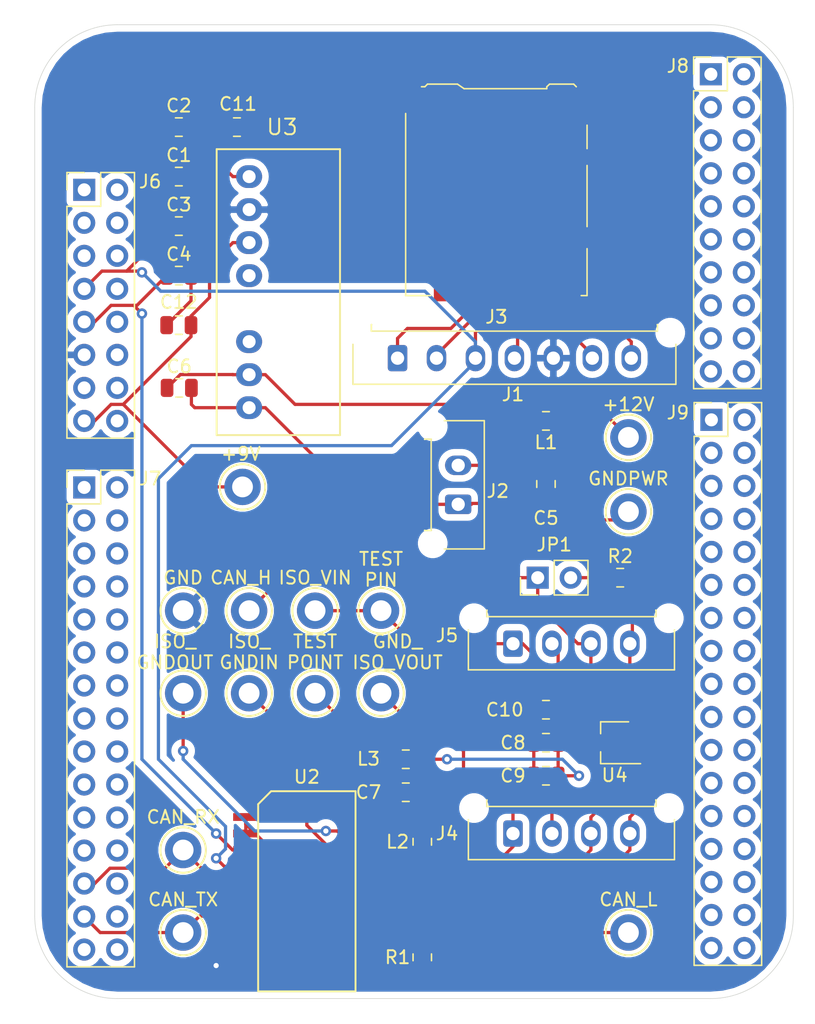
<source format=kicad_pcb>
(kicad_pcb (version 20171130) (host pcbnew "(5.1.5)-3")
  (layers (0 F.Cu signal) (31 B.Cu signal) (34 B.Paste user) (35 F.Paste user) (36 B.SilkS user) (37 F.SilkS user) (38 B.Mask user) (39 F.Mask user) (44 Edge.Cuts user))
  (net 0 "")
  (net 1 GND)
  (net 2 +3V3)
  (net 3 +5V)
  (net 4 GNDPWR)
  (net 5 +12V)
  (net 6 "Net-(C6-Pad1)")
  (net 7 "Net-(C7-Pad2)")
  (net 8 "Net-(C7-Pad1)")
  (net 9 "Net-(C10-Pad2)")
  (net 10 "Net-(C10-Pad1)")
  (net 11 "Net-(C11-Pad1)")
  (net 12 +9V)
  (net 13 "Net-(J1-Pad7)")
  (net 14 "Net-(J1-Pad6)")
  (net 15 "Net-(J1-Pad4)")
  (net 16 "Net-(J1-Pad2)")
  (net 17 "Net-(J1-Pad1)")
  (net 18 "Net-(J3-Pad10)")
  (net 19 "Net-(J3-Pad1)")
  (net 20 "Net-(J3-Pad8)")
  (net 21 "Net-(J4-Pad4)")
  (net 22 "Net-(J4-Pad3)")
  (net 23 "Net-(J6-Pad16)")
  (net 24 "Net-(J6-Pad14)")
  (net 25 "Net-(J6-Pad13)")
  (net 26 "Net-(J6-Pad12)")
  (net 27 "Net-(J6-Pad10)")
  (net 28 "Net-(J6-Pad8)")
  (net 29 "Net-(J6-Pad6)")
  (net 30 "Net-(J6-Pad5)")
  (net 31 "Net-(J6-Pad4)")
  (net 32 "Net-(J6-Pad3)")
  (net 33 "Net-(J6-Pad2)")
  (net 34 "Net-(J6-Pad1)")
  (net 35 "Net-(J7-Pad30)")
  (net 36 "Net-(J7-Pad29)")
  (net 37 "Net-(J7-Pad28)")
  (net 38 /CAN_TD)
  (net 39 "Net-(J7-Pad26)")
  (net 40 /CAN_RD)
  (net 41 "Net-(J7-Pad24)")
  (net 42 "Net-(J7-Pad23)")
  (net 43 "Net-(J7-Pad22)")
  (net 44 "Net-(J7-Pad21)")
  (net 45 "Net-(J7-Pad20)")
  (net 46 "Net-(J7-Pad19)")
  (net 47 "Net-(J7-Pad18)")
  (net 48 "Net-(J7-Pad17)")
  (net 49 "Net-(J7-Pad16)")
  (net 50 "Net-(J7-Pad15)")
  (net 51 "Net-(J7-Pad14)")
  (net 52 "Net-(J7-Pad13)")
  (net 53 "Net-(J7-Pad12)")
  (net 54 "Net-(J7-Pad11)")
  (net 55 "Net-(J7-Pad10)")
  (net 56 "Net-(J7-Pad9)")
  (net 57 "Net-(J7-Pad8)")
  (net 58 "Net-(J7-Pad7)")
  (net 59 "Net-(J7-Pad6)")
  (net 60 "Net-(J7-Pad5)")
  (net 61 "Net-(J7-Pad4)")
  (net 62 "Net-(J7-Pad3)")
  (net 63 "Net-(J7-Pad2)")
  (net 64 "Net-(J7-Pad1)")
  (net 65 "Net-(J8-Pad20)")
  (net 66 "Net-(J8-Pad19)")
  (net 67 "Net-(J8-Pad18)")
  (net 68 "Net-(J8-Pad17)")
  (net 69 "Net-(J8-Pad16)")
  (net 70 "Net-(J8-Pad15)")
  (net 71 "Net-(J8-Pad14)")
  (net 72 "Net-(J8-Pad13)")
  (net 73 "Net-(J8-Pad12)")
  (net 74 "Net-(J8-Pad11)")
  (net 75 "Net-(J8-Pad10)")
  (net 76 "Net-(J8-Pad9)")
  (net 77 "Net-(J8-Pad8)")
  (net 78 "Net-(J8-Pad7)")
  (net 79 "Net-(J8-Pad6)")
  (net 80 "Net-(J8-Pad5)")
  (net 81 "Net-(J8-Pad4)")
  (net 82 "Net-(J8-Pad3)")
  (net 83 "Net-(J8-Pad2)")
  (net 84 "Net-(J8-Pad1)")
  (net 85 "Net-(J9-Pad34)")
  (net 86 "Net-(J9-Pad33)")
  (net 87 "Net-(J9-Pad32)")
  (net 88 "Net-(J9-Pad31)")
  (net 89 "Net-(J9-Pad30)")
  (net 90 "Net-(J9-Pad29)")
  (net 91 "Net-(J9-Pad28)")
  (net 92 "Net-(J9-Pad27)")
  (net 93 "Net-(J9-Pad26)")
  (net 94 "Net-(J9-Pad25)")
  (net 95 "Net-(J9-Pad24)")
  (net 96 "Net-(J9-Pad23)")
  (net 97 "Net-(J9-Pad22)")
  (net 98 "Net-(J9-Pad21)")
  (net 99 "Net-(J9-Pad20)")
  (net 100 "Net-(J9-Pad19)")
  (net 101 "Net-(J9-Pad18)")
  (net 102 "Net-(J9-Pad17)")
  (net 103 "Net-(J9-Pad16)")
  (net 104 "Net-(J9-Pad15)")
  (net 105 "Net-(J9-Pad14)")
  (net 106 "Net-(J9-Pad13)")
  (net 107 "Net-(J9-Pad12)")
  (net 108 "Net-(J9-Pad11)")
  (net 109 "Net-(J9-Pad10)")
  (net 110 "Net-(J9-Pad9)")
  (net 111 "Net-(J9-Pad8)")
  (net 112 "Net-(J9-Pad7)")
  (net 113 "Net-(J9-Pad6)")
  (net 114 "Net-(J9-Pad5)")
  (net 115 "Net-(J9-Pad4)")
  (net 116 "Net-(J9-Pad3)")
  (net 117 "Net-(J9-Pad2)")
  (net 118 "Net-(J9-Pad1)")
  (net 119 "Net-(JP1-Pad2)")
  (net 120 "Net-(R1-Pad2)")
  (net 121 "Net-(U2-Pad17)")
  (net 122 "Net-(U2-Pad9)")
  (net 123 "Net-(U2-Pad8)")
  (net 124 "Net-(U2-Pad6)")
  (net 125 "Net-(U3-Pad3)")
  (net 126 "Net-(U3-Pad5)")
  (net 127 "Net-(R1-Pad1)")
  (module Package_TO_SOT_SMD:SOT-23W_Handsoldering (layer F.Cu) (at 117.045 93.345 180)
    (fp_text reference U4 (at 0 -2.5) (layer F.SilkS))
    (fp_text value CDSOT23-T24CAN)
    (pad 1 smd rect (at -1.7 -0.95 180) (size 2 0.7) (layers F.Cu F.Paste F.Mask) (net 22 "Net-(J4-Pad3)"))
    (pad 2 smd rect (at -1.7 0.95 180) (size 2 0.7) (layers F.Cu F.Paste F.Mask) (net 21 "Net-(J4-Pad4)"))
    (pad 3 smd rect (at 1.7 0 180) (size 2 0.7) (layers F.Cu F.Paste F.Mask) (net 9 "Net-(C10-Pad2)"))
  )
  (module UTSVT_ICs:CUI_PQMC3-S (layer F.Cu) (at 88.9 58.674 90)
    (fp_text reference U3 (at 12.7 2.54 180) (layer F.SilkS) (effects (font (size 1.2 1.2))))
    (fp_text value PQMC3-Dx-Sx-S)
    (pad 1 thru_hole oval (at -8.89 0 90) (size 1.75 2) (drill 1) (layers *.Cu *.Mask) (net 4 GNDPWR))
    (pad 2 thru_hole oval (at -6.35 0 90) (size 1.75 2) (drill 1) (layers *.Cu *.Mask) (net 6 "Net-(C6-Pad1)"))
    (pad 3 thru_hole oval (at -3.81 0 90) (size 1.75 2) (drill 1) (layers *.Cu *.Mask) (net 125 "Net-(U3-Pad3)"))
    (pad 5 thru_hole oval (at 1.27 0 90) (size 1.75 2) (drill 1) (layers *.Cu *.Mask) (net 126 "Net-(U3-Pad5)"))
    (pad 6 thru_hole oval (at 3.81 0 90) (size 1.75 2) (drill 1) (layers *.Cu *.Mask) (net 12 +9V))
    (pad 7 thru_hole oval (at 6.35 0 90) (size 1.75 2) (drill 1) (layers *.Cu *.Mask) (net 1 GND))
    (pad 8 thru_hole oval (at 8.89 0 90) (size 1.75 2) (drill 1) (layers *.Cu *.Mask) (net 11 "Net-(C11-Pad1)"))
  )
  (module UTSVT_ICs:SOIC-20W_7.5x15.4mm_Pitch1.27mm (layer F.Cu) (at 93.345 104.775)
    (fp_text reference U2 (at 0 -8.8) (layer F.SilkS))
    (fp_text value ADM3055E)
    (pad 1 smd rect (at -4.7 -5.715) (size 1.95 0.6) (layers F.Cu F.Paste F.Mask) (net 1 GND))
    (pad 2 smd rect (at -4.7 -4.445) (size 1.95 0.6) (layers F.Cu F.Paste F.Mask) (net 1 GND))
    (pad 3 smd rect (at -4.7 -3.175) (size 1.95 0.6) (layers F.Cu F.Paste F.Mask) (net 3 +5V))
    (pad 4 smd rect (at -4.7 -1.905) (size 1.95 0.6) (layers F.Cu F.Paste F.Mask) (net 2 +3V3))
    (pad 5 smd rect (at -4.7 -0.635) (size 1.95 0.6) (layers F.Cu F.Paste F.Mask) (net 40 /CAN_RD))
    (pad 6 smd rect (at -4.7 0.635) (size 1.95 0.6) (layers F.Cu F.Paste F.Mask) (net 124 "Net-(U2-Pad6)"))
    (pad 7 smd rect (at -4.7 1.905) (size 1.95 0.6) (layers F.Cu F.Paste F.Mask) (net 38 /CAN_TD))
    (pad 8 smd rect (at -4.7 3.175) (size 1.95 0.6) (layers F.Cu F.Paste F.Mask) (net 123 "Net-(U2-Pad8)"))
    (pad 9 smd rect (at -4.7 4.445) (size 1.95 0.6) (layers F.Cu F.Paste F.Mask) (net 122 "Net-(U2-Pad9)"))
    (pad 10 smd rect (at -4.7 5.715) (size 1.95 0.6) (layers F.Cu F.Paste F.Mask) (net 1 GND))
    (pad 11 smd rect (at 4.7 5.715) (size 1.95 0.6) (layers F.Cu F.Paste F.Mask) (net 127 "Net-(R1-Pad1)"))
    (pad 12 smd rect (at 4.7 4.445) (size 1.95 0.6) (layers F.Cu F.Paste F.Mask) (net 120 "Net-(R1-Pad2)"))
    (pad 13 smd rect (at 4.7 3.175) (size 1.95 0.6) (layers F.Cu F.Paste F.Mask) (net 21 "Net-(J4-Pad4)"))
    (pad 14 smd rect (at 4.7 1.905) (size 1.95 0.6) (layers F.Cu F.Paste F.Mask) (net 22 "Net-(J4-Pad3)"))
    (pad 15 smd rect (at 4.7 0.635) (size 1.95 0.6) (layers F.Cu F.Paste F.Mask) (net 127 "Net-(R1-Pad1)"))
    (pad 16 smd rect (at 4.7 -0.635) (size 1.95 0.6) (layers F.Cu F.Paste F.Mask) (net 10 "Net-(C10-Pad1)"))
    (pad 17 smd rect (at 4.7 -1.905) (size 1.95 0.6) (layers F.Cu F.Paste F.Mask) (net 121 "Net-(U2-Pad17)"))
    (pad 18 smd rect (at 4.7 -3.175) (size 1.95 0.6) (layers F.Cu F.Paste F.Mask) (net 7 "Net-(C7-Pad2)"))
    (pad 19 smd rect (at 4.7 -4.445) (size 1.95 0.6) (layers F.Cu F.Paste F.Mask) (net 8 "Net-(C7-Pad1)"))
    (pad 20 smd rect (at 4.7 -5.715) (size 1.95 0.6) (layers F.Cu F.Paste F.Mask) (net 7 "Net-(C7-Pad2)"))
  )
  (module TestPoint:TestPoint_Keystone_5005-5009_Compact (layer F.Cu) (at 83.82 83.185)
    (fp_text reference TP14 hide)
    (fp_text value 9V_GND)
    (pad 1 thru_hole circle (at 0 0) (size 2.8 2.8) (drill 1.6) (layers *.Cu *.Mask) (net 1 GND))
  )
  (module TestPoint:TestPoint_Keystone_5005-5009_Compact (layer F.Cu) (at 88.392 73.66)
    (fp_text reference TP13 hide)
    (fp_text value 9VIN)
    (pad 1 thru_hole circle (at 0 0) (size 2.8 2.8) (drill 1.6) (layers *.Cu *.Mask) (net 12 +9V))
  )
  (module TestPoint:TestPoint_Keystone_5005-5009_Compact (layer F.Cu) (at 93.98 89.535)
    (fp_text reference TP12 hide)
    (fp_text value TestPoint)
    (pad 1 thru_hole circle (at 0 0) (size 2.8 2.8) (drill 1.6) (layers *.Cu *.Mask) (net 9 "Net-(C10-Pad2)"))
  )
  (module TestPoint:TestPoint_Keystone_5005-5009_Compact (layer F.Cu) (at 99.06 83.185)
    (fp_text reference TP11 hide)
    (fp_text value TestPoint)
    (pad 1 thru_hole circle (at 0 0) (size 2.8 2.8) (drill 1.6) (layers *.Cu *.Mask) (net 10 "Net-(C10-Pad1)"))
  )
  (module TestPoint:TestPoint_Keystone_5005-5009_Compact (layer F.Cu) (at 118.11 107.95)
    (fp_text reference TP10 hide)
    (fp_text value CAN_L)
    (pad 1 thru_hole circle (at 0 0) (size 2.8 2.8) (drill 1.6) (layers *.Cu *.Mask) (net 21 "Net-(J4-Pad4)"))
  )
  (module TestPoint:TestPoint_Keystone_5005-5009_Compact (layer F.Cu) (at 88.9 83.185)
    (fp_text reference TP9 hide)
    (fp_text value CAN_H)
    (pad 1 thru_hole circle (at 0 0) (size 2.8 2.8) (drill 1.6) (layers *.Cu *.Mask) (net 22 "Net-(J4-Pad3)"))
  )
  (module TestPoint:TestPoint_Keystone_5005-5009_Compact (layer F.Cu) (at 83.82 89.535)
    (fp_text reference TP8 hide)
    (fp_text value CAN_ISO_GNDOUT)
    (pad 1 thru_hole circle (at 0 0) (size 2.8 2.8) (drill 1.6) (layers *.Cu *.Mask) (net 7 "Net-(C7-Pad2)"))
  )
  (module TestPoint:TestPoint_Keystone_5005-5009_Compact (layer F.Cu) (at 88.9 89.535)
    (fp_text reference TP7 hide)
    (fp_text value CAN_ISO_GNDIN)
    (pad 1 thru_hole circle (at 0 0) (size 2.8 2.8) (drill 1.6) (layers *.Cu *.Mask) (net 127 "Net-(R1-Pad1)"))
  )
  (module TestPoint:TestPoint_Keystone_5005-5009_Compact (layer F.Cu) (at 99.06 89.535)
    (fp_text reference TP6 hide)
    (fp_text value CAN_ISO_VOUT)
    (pad 1 thru_hole circle (at 0 0) (size 2.8 2.8) (drill 1.6) (layers *.Cu *.Mask) (net 8 "Net-(C7-Pad1)"))
  )
  (module TestPoint:TestPoint_Keystone_5005-5009_Compact (layer F.Cu) (at 93.98 83.185)
    (fp_text reference TP5 hide)
    (fp_text value CAN_ISO_VIN)
    (pad 1 thru_hole circle (at 0 0) (size 2.8 2.8) (drill 1.6) (layers *.Cu *.Mask) (net 10 "Net-(C10-Pad1)"))
  )
  (module TestPoint:TestPoint_Keystone_5005-5009_Compact (layer F.Cu) (at 118.11 75.565)
    (fp_text reference TP4 hide)
    (fp_text value 12V_GND)
    (pad 1 thru_hole circle (at 0 0) (size 2.8 2.8) (drill 1.6) (layers *.Cu *.Mask) (net 4 GNDPWR))
  )
  (module TestPoint:TestPoint_Keystone_5005-5009_Compact (layer F.Cu) (at 118.11 69.85)
    (fp_text reference TP3 hide)
    (fp_text value 12VIN)
    (pad 1 thru_hole circle (at 0 0) (size 2.8 2.8) (drill 1.6) (layers *.Cu *.Mask) (net 5 +12V))
  )
  (module TestPoint:TestPoint_Keystone_5005-5009_Compact (layer F.Cu) (at 83.82 101.6)
    (fp_text reference TP2 hide)
    (fp_text value CAN_RD)
    (pad 1 thru_hole circle (at 0 0) (size 2.8 2.8) (drill 1.6) (layers *.Cu *.Mask) (net 40 /CAN_RD))
  )
  (module TestPoint:TestPoint_Keystone_5005-5009_Compact (layer F.Cu) (at 83.82 107.95)
    (fp_text reference TP1 hide)
    (fp_text value CAN_TD)
    (pad 1 thru_hole circle (at 0 0) (size 2.8 2.8) (drill 1.6) (layers *.Cu *.Mask) (net 38 /CAN_TD))
  )
  (module Resistor_SMD:R_0805_2012Metric (layer F.Cu) (at 117.475 80.645)
    (fp_text reference R2 (at 0 -1.65) (layer F.SilkS))
    (fp_text value 120)
    (pad 1 smd roundrect (at -0.9375 0) (size 0.975 1.4) (layers F.Cu F.Paste F.Mask) (net 119 "Net-(JP1-Pad2)"))
    (pad 2 smd roundrect (at 0.9375 0) (size 0.975 1.4) (layers F.Cu F.Paste F.Mask) (net 21 "Net-(J4-Pad4)"))
  )
  (module Resistor_SMD:R_0805_2012Metric (layer F.Cu) (at 102.235 109.855 90)
    (fp_text reference R1 (at 0 -1.905 180) (layer F.SilkS))
    (fp_text value 0)
    (pad 1 smd roundrect (at -0.9375 0 90) (size 0.975 1.4) (layers F.Cu F.Paste F.Mask) (net 127 "Net-(R1-Pad1)"))
    (pad 2 smd roundrect (at 0.9375 0 90) (size 0.975 1.4) (layers F.Cu F.Paste F.Mask) (net 120 "Net-(R1-Pad2)"))
  )
  (module Inductor_SMD:L_0805_2012Metric (layer F.Cu) (at 100.965 94.615 180)
    (fp_text reference L3 (at 2.8725 0.03) (layer F.SilkS))
    (fp_text value 2k)
    (pad 1 smd roundrect (at -0.9375 0 180) (size 0.975 1.4) (layers F.Cu F.Paste F.Mask) (net 9 "Net-(C10-Pad2)"))
    (pad 2 smd roundrect (at 0.9375 0 180) (size 0.975 1.4) (layers F.Cu F.Paste F.Mask) (net 7 "Net-(C7-Pad2)"))
  )
  (module Inductor_SMD:L_0805_2012Metric (layer F.Cu) (at 102.235 100.965 270)
    (fp_text reference L2 (at 0 1.905 180) (layer F.SilkS))
    (fp_text value 2k)
    (pad 1 smd roundrect (at -0.9375 0 270) (size 0.975 1.4) (layers F.Cu F.Paste F.Mask) (net 8 "Net-(C7-Pad1)"))
    (pad 2 smd roundrect (at 0.9375 0 270) (size 0.975 1.4) (layers F.Cu F.Paste F.Mask) (net 10 "Net-(C10-Pad1)"))
  )
  (module Inductor_SMD:L_0805_2012Metric (layer F.Cu) (at 111.76 68.58 180)
    (fp_text reference L1 (at 0 -1.65) (layer F.SilkS))
    (fp_text value 5u)
    (pad 1 smd roundrect (at -0.9375 0 180) (size 0.975 1.4) (layers F.Cu F.Paste F.Mask) (net 5 +12V))
    (pad 2 smd roundrect (at 0.9375 0 180) (size 0.975 1.4) (layers F.Cu F.Paste F.Mask) (net 6 "Net-(C6-Pad1)"))
  )
  (module Connector_PinHeader_2.54mm:PinHeader_1x02_P2.54mm_Vertical (layer F.Cu) (at 111.125 80.645 90)
    (fp_text reference JP1 (at 2.54 1.27 180) (layer F.SilkS))
    (fp_text value Jumper)
    (pad 1 thru_hole rect (at 0 0 90) (size 1.7 1.7) (drill 1) (layers *.Cu *.Mask) (net 22 "Net-(J4-Pad3)"))
    (pad 2 thru_hole oval (at 0 2.54 90) (size 1.7 1.7) (drill 1) (layers *.Cu *.Mask) (net 119 "Net-(JP1-Pad2)"))
  )
  (module Connector_PinHeader_2.54mm:PinHeader_2x17_P2.54mm_Vertical (layer F.Cu) (at 124.5 68.5)
    (fp_text reference J9 (at -2.58 -0.555) (layer F.SilkS))
    (fp_text value Conn_02x17_Odd_Even)
    (pad 34 thru_hole oval (at 2.54 40.64) (size 1.7 1.7) (drill 1) (layers *.Cu *.Mask) (net 85 "Net-(J9-Pad34)"))
    (pad 33 thru_hole oval (at 0 40.64) (size 1.7 1.7) (drill 1) (layers *.Cu *.Mask) (net 86 "Net-(J9-Pad33)"))
    (pad 32 thru_hole oval (at 2.54 38.1) (size 1.7 1.7) (drill 1) (layers *.Cu *.Mask) (net 87 "Net-(J9-Pad32)"))
    (pad 31 thru_hole oval (at 0 38.1) (size 1.7 1.7) (drill 1) (layers *.Cu *.Mask) (net 88 "Net-(J9-Pad31)"))
    (pad 30 thru_hole oval (at 2.54 35.56) (size 1.7 1.7) (drill 1) (layers *.Cu *.Mask) (net 89 "Net-(J9-Pad30)"))
    (pad 29 thru_hole oval (at 0 35.56) (size 1.7 1.7) (drill 1) (layers *.Cu *.Mask) (net 90 "Net-(J9-Pad29)"))
    (pad 28 thru_hole oval (at 2.54 33.02) (size 1.7 1.7) (drill 1) (layers *.Cu *.Mask) (net 91 "Net-(J9-Pad28)"))
    (pad 27 thru_hole oval (at 0 33.02) (size 1.7 1.7) (drill 1) (layers *.Cu *.Mask) (net 92 "Net-(J9-Pad27)"))
    (pad 26 thru_hole oval (at 2.54 30.48) (size 1.7 1.7) (drill 1) (layers *.Cu *.Mask) (net 93 "Net-(J9-Pad26)"))
    (pad 25 thru_hole oval (at 0 30.48) (size 1.7 1.7) (drill 1) (layers *.Cu *.Mask) (net 94 "Net-(J9-Pad25)"))
    (pad 24 thru_hole oval (at 2.54 27.94) (size 1.7 1.7) (drill 1) (layers *.Cu *.Mask) (net 95 "Net-(J9-Pad24)"))
    (pad 23 thru_hole oval (at 0 27.94) (size 1.7 1.7) (drill 1) (layers *.Cu *.Mask) (net 96 "Net-(J9-Pad23)"))
    (pad 22 thru_hole oval (at 2.54 25.4) (size 1.7 1.7) (drill 1) (layers *.Cu *.Mask) (net 97 "Net-(J9-Pad22)"))
    (pad 21 thru_hole oval (at 0 25.4) (size 1.7 1.7) (drill 1) (layers *.Cu *.Mask) (net 98 "Net-(J9-Pad21)"))
    (pad 20 thru_hole oval (at 2.54 22.86) (size 1.7 1.7) (drill 1) (layers *.Cu *.Mask) (net 99 "Net-(J9-Pad20)"))
    (pad 19 thru_hole oval (at 0 22.86) (size 1.7 1.7) (drill 1) (layers *.Cu *.Mask) (net 100 "Net-(J9-Pad19)"))
    (pad 18 thru_hole oval (at 2.54 20.32) (size 1.7 1.7) (drill 1) (layers *.Cu *.Mask) (net 101 "Net-(J9-Pad18)"))
    (pad 17 thru_hole oval (at 0 20.32) (size 1.7 1.7) (drill 1) (layers *.Cu *.Mask) (net 102 "Net-(J9-Pad17)"))
    (pad 16 thru_hole oval (at 2.54 17.78) (size 1.7 1.7) (drill 1) (layers *.Cu *.Mask) (net 103 "Net-(J9-Pad16)"))
    (pad 15 thru_hole oval (at 0 17.78) (size 1.7 1.7) (drill 1) (layers *.Cu *.Mask) (net 104 "Net-(J9-Pad15)"))
    (pad 14 thru_hole oval (at 2.54 15.24) (size 1.7 1.7) (drill 1) (layers *.Cu *.Mask) (net 105 "Net-(J9-Pad14)"))
    (pad 13 thru_hole oval (at 0 15.24) (size 1.7 1.7) (drill 1) (layers *.Cu *.Mask) (net 106 "Net-(J9-Pad13)"))
    (pad 12 thru_hole oval (at 2.54 12.7) (size 1.7 1.7) (drill 1) (layers *.Cu *.Mask) (net 107 "Net-(J9-Pad12)"))
    (pad 11 thru_hole oval (at 0 12.7) (size 1.7 1.7) (drill 1) (layers *.Cu *.Mask) (net 108 "Net-(J9-Pad11)"))
    (pad 10 thru_hole oval (at 2.54 10.16) (size 1.7 1.7) (drill 1) (layers *.Cu *.Mask) (net 109 "Net-(J9-Pad10)"))
    (pad 9 thru_hole oval (at 0 10.16) (size 1.7 1.7) (drill 1) (layers *.Cu *.Mask) (net 110 "Net-(J9-Pad9)"))
    (pad 8 thru_hole oval (at 2.54 7.62) (size 1.7 1.7) (drill 1) (layers *.Cu *.Mask) (net 111 "Net-(J9-Pad8)"))
    (pad 7 thru_hole oval (at 0 7.62) (size 1.7 1.7) (drill 1) (layers *.Cu *.Mask) (net 112 "Net-(J9-Pad7)"))
    (pad 6 thru_hole oval (at 2.54 5.08) (size 1.7 1.7) (drill 1) (layers *.Cu *.Mask) (net 113 "Net-(J9-Pad6)"))
    (pad 5 thru_hole oval (at 0 5.08) (size 1.7 1.7) (drill 1) (layers *.Cu *.Mask) (net 114 "Net-(J9-Pad5)"))
    (pad 4 thru_hole oval (at 2.54 2.54) (size 1.7 1.7) (drill 1) (layers *.Cu *.Mask) (net 115 "Net-(J9-Pad4)"))
    (pad 3 thru_hole oval (at 0 2.54) (size 1.7 1.7) (drill 1) (layers *.Cu *.Mask) (net 116 "Net-(J9-Pad3)"))
    (pad 2 thru_hole oval (at 2.54 0) (size 1.7 1.7) (drill 1) (layers *.Cu *.Mask) (net 117 "Net-(J9-Pad2)"))
    (pad 1 thru_hole rect (at 0 0) (size 1.7 1.7) (drill 1) (layers *.Cu *.Mask) (net 118 "Net-(J9-Pad1)"))
  )
  (module Connector_PinHeader_2.54mm:PinHeader_2x10_P2.54mm_Vertical (layer F.Cu) (at 124.46 41.91)
    (fp_text reference J8 (at -2.54 -0.635) (layer F.SilkS))
    (fp_text value Conn_02x10_Odd_Even)
    (pad 20 thru_hole oval (at 2.54 22.86) (size 1.7 1.7) (drill 1) (layers *.Cu *.Mask) (net 65 "Net-(J8-Pad20)"))
    (pad 19 thru_hole oval (at 0 22.86) (size 1.7 1.7) (drill 1) (layers *.Cu *.Mask) (net 66 "Net-(J8-Pad19)"))
    (pad 18 thru_hole oval (at 2.54 20.32) (size 1.7 1.7) (drill 1) (layers *.Cu *.Mask) (net 67 "Net-(J8-Pad18)"))
    (pad 17 thru_hole oval (at 0 20.32) (size 1.7 1.7) (drill 1) (layers *.Cu *.Mask) (net 68 "Net-(J8-Pad17)"))
    (pad 16 thru_hole oval (at 2.54 17.78) (size 1.7 1.7) (drill 1) (layers *.Cu *.Mask) (net 69 "Net-(J8-Pad16)"))
    (pad 15 thru_hole oval (at 0 17.78) (size 1.7 1.7) (drill 1) (layers *.Cu *.Mask) (net 70 "Net-(J8-Pad15)"))
    (pad 14 thru_hole oval (at 2.54 15.24) (size 1.7 1.7) (drill 1) (layers *.Cu *.Mask) (net 71 "Net-(J8-Pad14)"))
    (pad 13 thru_hole oval (at 0 15.24) (size 1.7 1.7) (drill 1) (layers *.Cu *.Mask) (net 72 "Net-(J8-Pad13)"))
    (pad 12 thru_hole oval (at 2.54 12.7) (size 1.7 1.7) (drill 1) (layers *.Cu *.Mask) (net 73 "Net-(J8-Pad12)"))
    (pad 11 thru_hole oval (at 0 12.7) (size 1.7 1.7) (drill 1) (layers *.Cu *.Mask) (net 74 "Net-(J8-Pad11)"))
    (pad 10 thru_hole oval (at 2.54 10.16) (size 1.7 1.7) (drill 1) (layers *.Cu *.Mask) (net 75 "Net-(J8-Pad10)"))
    (pad 9 thru_hole oval (at 0 10.16) (size 1.7 1.7) (drill 1) (layers *.Cu *.Mask) (net 76 "Net-(J8-Pad9)"))
    (pad 8 thru_hole oval (at 2.54 7.62) (size 1.7 1.7) (drill 1) (layers *.Cu *.Mask) (net 77 "Net-(J8-Pad8)"))
    (pad 7 thru_hole oval (at 0 7.62) (size 1.7 1.7) (drill 1) (layers *.Cu *.Mask) (net 78 "Net-(J8-Pad7)"))
    (pad 6 thru_hole oval (at 2.54 5.08) (size 1.7 1.7) (drill 1) (layers *.Cu *.Mask) (net 79 "Net-(J8-Pad6)"))
    (pad 5 thru_hole oval (at 0 5.08) (size 1.7 1.7) (drill 1) (layers *.Cu *.Mask) (net 80 "Net-(J8-Pad5)"))
    (pad 4 thru_hole oval (at 2.54 2.54) (size 1.7 1.7) (drill 1) (layers *.Cu *.Mask) (net 81 "Net-(J8-Pad4)"))
    (pad 3 thru_hole oval (at 0 2.54) (size 1.7 1.7) (drill 1) (layers *.Cu *.Mask) (net 82 "Net-(J8-Pad3)"))
    (pad 2 thru_hole oval (at 2.54 0) (size 1.7 1.7) (drill 1) (layers *.Cu *.Mask) (net 83 "Net-(J8-Pad2)"))
    (pad 1 thru_hole rect (at 0 0) (size 1.7 1.7) (drill 1) (layers *.Cu *.Mask) (net 84 "Net-(J8-Pad1)"))
  )
  (module Connector_PinHeader_2.54mm:PinHeader_2x15_P2.54mm_Vertical (layer F.Cu) (at 76.2 73.7)
    (fp_text reference J7 (at 5.08 -0.675) (layer F.SilkS))
    (fp_text value Conn_02x15_Odd_Even)
    (pad 1 thru_hole rect (at 0 0) (size 1.7 1.7) (drill 1) (layers *.Cu *.Mask) (net 64 "Net-(J7-Pad1)"))
    (pad 2 thru_hole oval (at 2.54 0) (size 1.7 1.7) (drill 1) (layers *.Cu *.Mask) (net 63 "Net-(J7-Pad2)"))
    (pad 3 thru_hole oval (at 0 2.54) (size 1.7 1.7) (drill 1) (layers *.Cu *.Mask) (net 62 "Net-(J7-Pad3)"))
    (pad 4 thru_hole oval (at 2.54 2.54) (size 1.7 1.7) (drill 1) (layers *.Cu *.Mask) (net 61 "Net-(J7-Pad4)"))
    (pad 5 thru_hole oval (at 0 5.08) (size 1.7 1.7) (drill 1) (layers *.Cu *.Mask) (net 60 "Net-(J7-Pad5)"))
    (pad 6 thru_hole oval (at 2.54 5.08) (size 1.7 1.7) (drill 1) (layers *.Cu *.Mask) (net 59 "Net-(J7-Pad6)"))
    (pad 7 thru_hole oval (at 0 7.62) (size 1.7 1.7) (drill 1) (layers *.Cu *.Mask) (net 58 "Net-(J7-Pad7)"))
    (pad 8 thru_hole oval (at 2.54 7.62) (size 1.7 1.7) (drill 1) (layers *.Cu *.Mask) (net 57 "Net-(J7-Pad8)"))
    (pad 9 thru_hole oval (at 0 10.16) (size 1.7 1.7) (drill 1) (layers *.Cu *.Mask) (net 56 "Net-(J7-Pad9)"))
    (pad 10 thru_hole oval (at 2.54 10.16) (size 1.7 1.7) (drill 1) (layers *.Cu *.Mask) (net 55 "Net-(J7-Pad10)"))
    (pad 11 thru_hole oval (at 0 12.7) (size 1.7 1.7) (drill 1) (layers *.Cu *.Mask) (net 54 "Net-(J7-Pad11)"))
    (pad 12 thru_hole oval (at 2.54 12.7) (size 1.7 1.7) (drill 1) (layers *.Cu *.Mask) (net 53 "Net-(J7-Pad12)"))
    (pad 13 thru_hole oval (at 0 15.24) (size 1.7 1.7) (drill 1) (layers *.Cu *.Mask) (net 52 "Net-(J7-Pad13)"))
    (pad 14 thru_hole oval (at 2.54 15.24) (size 1.7 1.7) (drill 1) (layers *.Cu *.Mask) (net 51 "Net-(J7-Pad14)"))
    (pad 15 thru_hole oval (at 0 17.78) (size 1.7 1.7) (drill 1) (layers *.Cu *.Mask) (net 50 "Net-(J7-Pad15)"))
    (pad 16 thru_hole oval (at 2.54 17.78) (size 1.7 1.7) (drill 1) (layers *.Cu *.Mask) (net 49 "Net-(J7-Pad16)"))
    (pad 17 thru_hole oval (at 0 20.32) (size 1.7 1.7) (drill 1) (layers *.Cu *.Mask) (net 48 "Net-(J7-Pad17)"))
    (pad 18 thru_hole oval (at 2.54 20.32) (size 1.7 1.7) (drill 1) (layers *.Cu *.Mask) (net 47 "Net-(J7-Pad18)"))
    (pad 19 thru_hole oval (at 0 22.86) (size 1.7 1.7) (drill 1) (layers *.Cu *.Mask) (net 46 "Net-(J7-Pad19)"))
    (pad 20 thru_hole oval (at 2.54 22.86) (size 1.7 1.7) (drill 1) (layers *.Cu *.Mask) (net 45 "Net-(J7-Pad20)"))
    (pad 21 thru_hole oval (at 0 25.4) (size 1.7 1.7) (drill 1) (layers *.Cu *.Mask) (net 44 "Net-(J7-Pad21)"))
    (pad 22 thru_hole oval (at 2.54 25.4) (size 1.7 1.7) (drill 1) (layers *.Cu *.Mask) (net 43 "Net-(J7-Pad22)"))
    (pad 23 thru_hole oval (at 0 27.94) (size 1.7 1.7) (drill 1) (layers *.Cu *.Mask) (net 42 "Net-(J7-Pad23)"))
    (pad 24 thru_hole oval (at 2.54 27.94) (size 1.7 1.7) (drill 1) (layers *.Cu *.Mask) (net 41 "Net-(J7-Pad24)"))
    (pad 25 thru_hole oval (at 0 30.48) (size 1.7 1.7) (drill 1) (layers *.Cu *.Mask) (net 40 /CAN_RD))
    (pad 26 thru_hole oval (at 2.54 30.48) (size 1.7 1.7) (drill 1) (layers *.Cu *.Mask) (net 39 "Net-(J7-Pad26)"))
    (pad 27 thru_hole oval (at 0 33.02) (size 1.7 1.7) (drill 1) (layers *.Cu *.Mask) (net 38 /CAN_TD))
    (pad 28 thru_hole oval (at 2.54 33.02) (size 1.7 1.7) (drill 1) (layers *.Cu *.Mask) (net 37 "Net-(J7-Pad28)"))
    (pad 29 thru_hole oval (at 0 35.56) (size 1.7 1.7) (drill 1) (layers *.Cu *.Mask) (net 36 "Net-(J7-Pad29)"))
    (pad 30 thru_hole oval (at 2.54 35.56) (size 1.7 1.7) (drill 1) (layers *.Cu *.Mask) (net 35 "Net-(J7-Pad30)"))
  )
  (module Connector_PinHeader_2.54mm:PinHeader_2x08_P2.54mm_Vertical (layer F.Cu) (at 76.2 50.8)
    (fp_text reference J6 (at 5.08 -0.635) (layer F.SilkS))
    (fp_text value Conn_02x08_Odd_Even)
    (pad 16 thru_hole oval (at 2.54 17.78) (size 1.7 1.7) (drill 1) (layers *.Cu *.Mask) (net 23 "Net-(J6-Pad16)"))
    (pad 15 thru_hole oval (at 0 17.78) (size 1.7 1.7) (drill 1) (layers *.Cu *.Mask) (net 12 +9V))
    (pad 14 thru_hole oval (at 2.54 15.24) (size 1.7 1.7) (drill 1) (layers *.Cu *.Mask) (net 24 "Net-(J6-Pad14)"))
    (pad 13 thru_hole oval (at 0 15.24) (size 1.7 1.7) (drill 1) (layers *.Cu *.Mask) (net 25 "Net-(J6-Pad13)"))
    (pad 12 thru_hole oval (at 2.54 12.7) (size 1.7 1.7) (drill 1) (layers *.Cu *.Mask) (net 26 "Net-(J6-Pad12)"))
    (pad 11 thru_hole oval (at 0 12.7) (size 1.7 1.7) (drill 1) (layers *.Cu *.Mask) (net 1 GND))
    (pad 10 thru_hole oval (at 2.54 10.16) (size 1.7 1.7) (drill 1) (layers *.Cu *.Mask) (net 27 "Net-(J6-Pad10)"))
    (pad 9 thru_hole oval (at 0 10.16) (size 1.7 1.7) (drill 1) (layers *.Cu *.Mask) (net 3 +5V))
    (pad 8 thru_hole oval (at 2.54 7.62) (size 1.7 1.7) (drill 1) (layers *.Cu *.Mask) (net 28 "Net-(J6-Pad8)"))
    (pad 7 thru_hole oval (at 0 7.62) (size 1.7 1.7) (drill 1) (layers *.Cu *.Mask) (net 2 +3V3))
    (pad 6 thru_hole oval (at 2.54 5.08) (size 1.7 1.7) (drill 1) (layers *.Cu *.Mask) (net 29 "Net-(J6-Pad6)"))
    (pad 5 thru_hole oval (at 0 5.08) (size 1.7 1.7) (drill 1) (layers *.Cu *.Mask) (net 30 "Net-(J6-Pad5)"))
    (pad 4 thru_hole oval (at 2.54 2.54) (size 1.7 1.7) (drill 1) (layers *.Cu *.Mask) (net 31 "Net-(J6-Pad4)"))
    (pad 3 thru_hole oval (at 0 2.54) (size 1.7 1.7) (drill 1) (layers *.Cu *.Mask) (net 32 "Net-(J6-Pad3)"))
    (pad 2 thru_hole oval (at 2.54 0) (size 1.7 1.7) (drill 1) (layers *.Cu *.Mask) (net 33 "Net-(J6-Pad2)"))
    (pad 1 thru_hole rect (at 0 0) (size 1.7 1.7) (drill 1) (layers *.Cu *.Mask) (net 34 "Net-(J6-Pad1)"))
  )
  (module Connector_Molex:Molex_Micro-Fit_3.0_43650-0415_1x04_P3.00mm_Vertical (layer F.Cu) (at 109.22 85.725)
    (fp_text reference J5 (at -5.08 -0.635) (layer F.SilkS))
    (fp_text value Conn_01x04)
    (pad "" np_thru_hole circle (at -3 -1.96) (size 1.27 1.27) (drill 1.27) (layers *.Cu *.Mask))
    (pad "" np_thru_hole circle (at 12 -1.96) (size 1.27 1.27) (drill 1.27) (layers *.Cu *.Mask))
    (pad 1 thru_hole roundrect (at 0 0) (size 1.5 2.02) (drill 1.02) (layers *.Cu *.Mask) (roundrect_rratio 0.166667) (net 10 "Net-(C10-Pad1)"))
    (pad 2 thru_hole oval (at 3 0) (size 1.5 2.02) (drill 1.02) (layers *.Cu *.Mask) (net 9 "Net-(C10-Pad2)"))
    (pad 3 thru_hole oval (at 6 0) (size 1.5 2.02) (drill 1.02) (layers *.Cu *.Mask) (net 22 "Net-(J4-Pad3)"))
    (pad 4 thru_hole oval (at 9 0) (size 1.5 2.02) (drill 1.02) (layers *.Cu *.Mask) (net 21 "Net-(J4-Pad4)"))
  )
  (module Connector_Molex:Molex_Micro-Fit_3.0_43650-0415_1x04_P3.00mm_Vertical (layer F.Cu) (at 109.22 100.33)
    (fp_text reference J4 (at -5.08 0) (layer F.SilkS))
    (fp_text value Conn_01x04)
    (pad "" np_thru_hole circle (at -3 -1.96) (size 1.27 1.27) (drill 1.27) (layers *.Cu *.Mask))
    (pad "" np_thru_hole circle (at 12 -1.96) (size 1.27 1.27) (drill 1.27) (layers *.Cu *.Mask))
    (pad 1 thru_hole roundrect (at 0 0) (size 1.5 2.02) (drill 1.02) (layers *.Cu *.Mask) (roundrect_rratio 0.166667) (net 10 "Net-(C10-Pad1)"))
    (pad 2 thru_hole oval (at 3 0) (size 1.5 2.02) (drill 1.02) (layers *.Cu *.Mask) (net 9 "Net-(C10-Pad2)"))
    (pad 3 thru_hole oval (at 6 0) (size 1.5 2.02) (drill 1.02) (layers *.Cu *.Mask) (net 22 "Net-(J4-Pad3)"))
    (pad 4 thru_hole oval (at 9 0) (size 1.5 2.02) (drill 1.02) (layers *.Cu *.Mask) (net 21 "Net-(J4-Pad4)"))
  )
  (module Connector_Card:microSD_HC_Hirose_DM3AT-SF-PEJM5 (layer F.Cu) (at 107.95 51.054 180)
    (fp_text reference J3 (at 0 -9.525) (layer F.SilkS))
    (fp_text value Micro_SD_Card_Det)
    (pad 9 smd rect (at -5.875 -7.725 180) (size 0.7 1.2) (layers F.Cu F.Paste F.Mask) (net 13 "Net-(J1-Pad7)"))
    (pad 8 smd rect (at -4.925 -7.725 180) (size 0.7 1.2) (layers F.Cu F.Paste F.Mask) (net 20 "Net-(J3-Pad8)"))
    (pad 1 smd rect (at 2.775 -7.725 180) (size 0.7 1.2) (layers F.Cu F.Paste F.Mask) (net 19 "Net-(J3-Pad1)"))
    (pad 2 smd rect (at 1.675 -7.725 180) (size 0.7 1.2) (layers F.Cu F.Paste F.Mask) (net 17 "Net-(J1-Pad1)"))
    (pad 3 smd rect (at 0.575 -7.725 180) (size 0.7 1.2) (layers F.Cu F.Paste F.Mask) (net 16 "Net-(J1-Pad2)"))
    (pad 4 smd rect (at -0.525 -7.725 180) (size 0.7 1.2) (layers F.Cu F.Paste F.Mask) (net 2 +3V3))
    (pad 5 smd rect (at -1.625 -7.725 180) (size 0.7 1.2) (layers F.Cu F.Paste F.Mask) (net 15 "Net-(J1-Pad4)"))
    (pad 6 smd rect (at -2.725 -7.725 180) (size 0.7 1.2) (layers F.Cu F.Paste F.Mask) (net 1 GND))
    (pad 7 smd rect (at -3.825 -7.725 180) (size 0.7 1.2) (layers F.Cu F.Paste F.Mask) (net 14 "Net-(J1-Pad6)"))
    (pad 11 smd rect (at 4.325 -7.725 180) (size 1 1.2) (layers F.Cu F.Paste F.Mask) (net 1 GND))
    (pad 11 smd rect (at -6.825 -3.425 180) (size 1 1.2) (layers F.Cu F.Paste F.Mask) (net 1 GND))
    (pad 10 smd rect (at -6.825 2.775 180) (size 1 0.8) (layers F.Cu F.Paste F.Mask) (net 18 "Net-(J3-Pad10)"))
    (pad 11 smd rect (at -6.825 6.925 180) (size 1 2.8) (layers F.Cu F.Paste F.Mask) (net 1 GND))
    (pad 11 smd rect (at 6.675 7.375 180) (size 1.3 1.9) (layers F.Cu F.Paste F.Mask) (net 1 GND))
  )
  (module Connector_Molex:Molex_Micro-Fit_3.0_43650-0215_1x02_P3.00mm_Vertical (layer F.Cu) (at 105 75 90)
    (fp_text reference J2 (at 1.016 3.048 180) (layer F.SilkS))
    (fp_text value Conn_01x02)
    (pad "" np_thru_hole circle (at -3 -1.96 90) (size 1.27 1.27) (drill 1.27) (layers *.Cu *.Mask))
    (pad "" np_thru_hole circle (at 6 -1.96 90) (size 1.27 1.27) (drill 1.27) (layers *.Cu *.Mask))
    (pad 1 thru_hole roundrect (at 0 0 90) (size 1.5 2.02) (drill 1.02) (layers *.Cu *.Mask) (roundrect_rratio 0.166667) (net 4 GNDPWR))
    (pad 2 thru_hole oval (at 3 0 90) (size 1.5 2.02) (drill 1.02) (layers *.Cu *.Mask) (net 5 +12V))
  )
  (module Connector_Molex:Molex_Micro-Fit_3.0_43650-0715_1x07_P3.00mm_Vertical (layer F.Cu) (at 100.33 63.754)
    (fp_text reference J1 (at 8.89 2.794) (layer F.SilkS))
    (fp_text value Conn_01x07)
    (pad "" np_thru_hole circle (at -3 -1.96) (size 1.27 1.27) (drill 1.27) (layers *.Cu *.Mask))
    (pad "" np_thru_hole circle (at 21 -1.96) (size 1.27 1.27) (drill 1.27) (layers *.Cu *.Mask))
    (pad 1 thru_hole roundrect (at 0 0) (size 1.5 2.02) (drill 1.02) (layers *.Cu *.Mask) (roundrect_rratio 0.166667) (net 17 "Net-(J1-Pad1)"))
    (pad 2 thru_hole oval (at 3 0) (size 1.5 2.02) (drill 1.02) (layers *.Cu *.Mask) (net 16 "Net-(J1-Pad2)"))
    (pad 3 thru_hole oval (at 6 0) (size 1.5 2.02) (drill 1.02) (layers *.Cu *.Mask) (net 2 +3V3))
    (pad 4 thru_hole oval (at 9 0) (size 1.5 2.02) (drill 1.02) (layers *.Cu *.Mask) (net 15 "Net-(J1-Pad4)"))
    (pad 5 thru_hole oval (at 12 0) (size 1.5 2.02) (drill 1.02) (layers *.Cu *.Mask) (net 1 GND))
    (pad 6 thru_hole oval (at 15 0) (size 1.5 2.02) (drill 1.02) (layers *.Cu *.Mask) (net 14 "Net-(J1-Pad6)"))
    (pad 7 thru_hole oval (at 18 0) (size 1.5 2.02) (drill 1.02) (layers *.Cu *.Mask) (net 13 "Net-(J1-Pad7)"))
  )
  (module Capacitor_SMD:C_0805_2012Metric (layer F.Cu) (at 83.4875 61.214 180)
    (fp_text reference C12 (at 0 1.778) (layer F.SilkS))
    (fp_text value 100u)
    (pad 1 smd roundrect (at -0.9375 0 180) (size 0.975 1.4) (layers F.Cu F.Paste F.Mask) (net 12 +9V))
    (pad 2 smd roundrect (at 0.9375 0 180) (size 0.975 1.4) (layers F.Cu F.Paste F.Mask) (net 1 GND))
  )
  (module Capacitor_SMD:C_0805_2012Metric (layer F.Cu) (at 87.9625 45.974)
    (fp_text reference C11 (at 0.0785 -1.778) (layer F.SilkS))
    (fp_text value 10u)
    (pad 1 smd roundrect (at -0.9375 0) (size 0.975 1.4) (layers F.Cu F.Paste F.Mask) (net 11 "Net-(C11-Pad1)"))
    (pad 2 smd roundrect (at 0.9375 0) (size 0.975 1.4) (layers F.Cu F.Paste F.Mask) (net 1 GND))
  )
  (module Capacitor_SMD:C_0805_2012Metric (layer F.Cu) (at 111.76 90.805)
    (fp_text reference C10 (at -3.175 0) (layer F.SilkS))
    (fp_text value .01u)
    (pad 1 smd roundrect (at -0.9375 0) (size 0.975 1.4) (layers F.Cu F.Paste F.Mask) (net 10 "Net-(C10-Pad1)"))
    (pad 2 smd roundrect (at 0.9375 0) (size 0.975 1.4) (layers F.Cu F.Paste F.Mask) (net 9 "Net-(C10-Pad2)"))
  )
  (module Capacitor_SMD:C_0805_2012Metric (layer F.Cu) (at 111.76 95.885)
    (fp_text reference C9 (at -2.54 0) (layer F.SilkS))
    (fp_text value .1u)
    (pad 1 smd roundrect (at -0.9375 0) (size 0.975 1.4) (layers F.Cu F.Paste F.Mask) (net 10 "Net-(C10-Pad1)"))
    (pad 2 smd roundrect (at 0.9375 0) (size 0.975 1.4) (layers F.Cu F.Paste F.Mask) (net 9 "Net-(C10-Pad2)"))
  )
  (module Capacitor_SMD:C_0805_2012Metric (layer F.Cu) (at 111.76 93.345)
    (fp_text reference C8 (at -2.54 0) (layer F.SilkS))
    (fp_text value 10u)
    (pad 1 smd roundrect (at -0.9375 0) (size 0.975 1.4) (layers F.Cu F.Paste F.Mask) (net 10 "Net-(C10-Pad1)"))
    (pad 2 smd roundrect (at 0.9375 0) (size 0.975 1.4) (layers F.Cu F.Paste F.Mask) (net 9 "Net-(C10-Pad2)"))
  )
  (module Capacitor_SMD:C_0805_2012Metric (layer F.Cu) (at 100.965 97.155 180)
    (fp_text reference C7 (at 2.8725 0) (layer F.SilkS))
    (fp_text value .22u)
    (pad 1 smd roundrect (at -0.9375 0 180) (size 0.975 1.4) (layers F.Cu F.Paste F.Mask) (net 8 "Net-(C7-Pad1)"))
    (pad 2 smd roundrect (at 0.9375 0 180) (size 0.975 1.4) (layers F.Cu F.Paste F.Mask) (net 7 "Net-(C7-Pad2)"))
  )
  (module Capacitor_SMD:C_0805_2012Metric (layer F.Cu) (at 83.5175 66.04)
    (fp_text reference C6 (at 0 -1.65) (layer F.SilkS))
    (fp_text value 47u)
    (pad 1 smd roundrect (at -0.9375 0) (size 0.975 1.4) (layers F.Cu F.Paste F.Mask) (net 6 "Net-(C6-Pad1)"))
    (pad 2 smd roundrect (at 0.9375 0) (size 0.975 1.4) (layers F.Cu F.Paste F.Mask) (net 4 GNDPWR))
  )
  (module Capacitor_SMD:C_0805_2012Metric (layer F.Cu) (at 111.76 73.4375 270)
    (fp_text reference C5 (at 2.6185 0 180) (layer F.SilkS))
    (fp_text value 100u)
    (pad 1 smd roundrect (at -0.9375 0 270) (size 0.975 1.4) (layers F.Cu F.Paste F.Mask) (net 5 +12V))
    (pad 2 smd roundrect (at 0.9375 0 270) (size 0.975 1.4) (layers F.Cu F.Paste F.Mask) (net 4 GNDPWR))
  )
  (module Capacitor_SMD:C_0805_2012Metric (layer F.Cu) (at 83.4875 57.404)
    (fp_text reference C4 (at 0 -1.65) (layer F.SilkS))
    (fp_text value .1u)
    (pad 1 smd roundrect (at -0.9375 0) (size 0.975 1.4) (layers F.Cu F.Paste F.Mask) (net 3 +5V))
    (pad 2 smd roundrect (at 0.9375 0) (size 0.975 1.4) (layers F.Cu F.Paste F.Mask) (net 1 GND))
  )
  (module Capacitor_SMD:C_0805_2012Metric (layer F.Cu) (at 83.4875 53.594)
    (fp_text reference C3 (at 0 -1.65) (layer F.SilkS))
    (fp_text value 10u)
    (pad 1 smd roundrect (at -0.9375 0) (size 0.975 1.4) (layers F.Cu F.Paste F.Mask) (net 3 +5V))
    (pad 2 smd roundrect (at 0.9375 0) (size 0.975 1.4) (layers F.Cu F.Paste F.Mask) (net 1 GND))
  )
  (module Capacitor_SMD:C_0805_2012Metric (layer F.Cu) (at 83.4875 45.974)
    (fp_text reference C2 (at 0 -1.65) (layer F.SilkS))
    (fp_text value .01u)
    (pad 1 smd roundrect (at -0.9375 0) (size 0.975 1.4) (layers F.Cu F.Paste F.Mask) (net 2 +3V3))
    (pad 2 smd roundrect (at 0.9375 0) (size 0.975 1.4) (layers F.Cu F.Paste F.Mask) (net 1 GND))
  )
  (module Capacitor_SMD:C_0805_2012Metric (layer F.Cu) (at 83.4875 49.784)
    (fp_text reference C1 (at 0 -1.65) (layer F.SilkS))
    (fp_text value .1u)
    (pad 1 smd roundrect (at -0.9375 0) (size 0.975 1.4) (layers F.Cu F.Paste F.Mask) (net 2 +3V3))
    (pad 2 smd roundrect (at 0.9375 0) (size 0.975 1.4) (layers F.Cu F.Paste F.Mask) (net 1 GND))
  )
  (gr_text "GNDPWR\n" (at 118.11 73.025) (layer F.SilkS) (effects (font (size 1 1))))
  (gr_text +12V (at 118.11 67.31) (layer F.SilkS) (effects (font (size 1 1))))
  (gr_text CAN_L (at 118.11 105.41) (layer F.SilkS) (effects (font (size 1 1))))
  (gr_text CAN_TX (at 83.82 105.41) (layer F.SilkS) (effects (font (size 1 1))))
  (gr_text CAN_RX (at 83.82 99.06) (layer F.SilkS) (effects (font (size 1 1))))
  (gr_text +9V (at 88.265 71.12) (layer F.SilkS) (effects (font (size 1 1))))
  (gr_text "ISO_\nGNDOUT" (at 83.185 86.36) (layer F.SilkS) (effects (font (size 1 1))))
  (gr_text "ISO_\nGNDIN" (at 88.9 86.36) (layer F.SilkS) (effects (font (size 1 1))))
  (gr_text "TEST\nPOINT" (at 93.98 86.36) (layer F.SilkS) (effects (font (size 1 1))))
  (gr_text "TEST\nPIN" (at 99.06 80.01) (layer F.SilkS) (effects (font (size 1 1))))
  (gr_text "GND_\nISO_VOUT" (at 100.33 86.36) (layer F.SilkS) (effects (font (size 1 1))))
  (gr_text ISO_VIN (at 93.98 80.645) (layer F.SilkS) (effects (font (size 1 1))))
  (gr_text CAN_H (at 88.265 80.645) (layer F.SilkS) (effects (font (size 1 1))))
  (gr_text "GND\n" (at 83.82 80.645) (layer F.SilkS) (effects (font (size 1 1))))
  (gr_arc (start 124.46 106.68) (end 124.46 113.03) (angle -90) (layer Edge.Cuts) (width 0.05))
  (gr_arc (start 78.74 106.68) (end 72.39 106.68) (angle -90) (layer Edge.Cuts) (width 0.05))
  (gr_arc (start 124.46 44.45) (end 130.81 44.45) (angle -90) (layer Edge.Cuts) (width 0.05))
  (gr_arc (start 78.74 44.45) (end 78.74 38.1) (angle -90) (layer Edge.Cuts) (width 0.05))
  (gr_line (start 72.39 106.68) (end 72.39 44.45) (layer Edge.Cuts) (width 0.05))
  (gr_line (start 124.46 113.03) (end 78.74 113.03) (layer Edge.Cuts) (width 0.05))
  (gr_line (start 130.81 44.45) (end 130.81 106.68) (layer Edge.Cuts) (width 0.05))
  (gr_line (start 78.74 38.1) (end 124.46 38.1) (layer Edge.Cuts) (width 0.05))
  (segment (start 110.675 57.929) (end 110.675 58.779) (width 0.25) (layer F.Cu) (net 1))
  (segment (start 110.599999 57.853999) (end 110.675 57.929) (width 0.25) (layer F.Cu) (net 1))
  (segment (start 103.700001 57.853999) (end 110.599999 57.853999) (width 0.25) (layer F.Cu) (net 1))
  (segment (start 103.625 57.929) (end 103.700001 57.853999) (width 0.25) (layer F.Cu) (net 1))
  (segment (start 103.625 58.779) (end 103.625 57.929) (width 0.25) (layer F.Cu) (net 1))
  (segment (start 112.33 62.494) (end 112.268 62.432) (width 0.25) (layer F.Cu) (net 1))
  (segment (start 112.33 63.754) (end 112.33 62.494) (width 0.25) (layer F.Cu) (net 1))
  (segment (start 112.268 62.432) (end 112.268 61.468) (width 0.25) (layer F.Cu) (net 1))
  (segment (start 110.675 59.875) (end 110.675 58.779) (width 0.25) (layer F.Cu) (net 1))
  (segment (start 112.268 61.468) (end 110.675 59.875) (width 0.25) (layer F.Cu) (net 1))
  (segment (start 110.675 57.829) (end 114.025 54.479) (width 0.25) (layer F.Cu) (net 1))
  (segment (start 110.675 58.779) (end 110.675 57.829) (width 0.25) (layer F.Cu) (net 1))
  (segment (start 113.949999 54.403999) (end 114.025 54.479) (width 0.25) (layer F.Cu) (net 1))
  (segment (start 113.949999 46.604001) (end 113.949999 54.403999) (width 0.25) (layer F.Cu) (net 1))
  (segment (start 114.775 45.779) (end 113.949999 46.604001) (width 0.25) (layer F.Cu) (net 1))
  (segment (start 114.025 54.479) (end 114.775 54.479) (width 0.25) (layer F.Cu) (net 1))
  (segment (start 114.775 44.129) (end 114.775 45.779) (width 0.25) (layer F.Cu) (net 1))
  (segment (start 101.725 44.129) (end 101.275 43.679) (width 0.25) (layer F.Cu) (net 1))
  (segment (start 114.775 44.129) (end 101.725 44.129) (width 0.25) (layer F.Cu) (net 1))
  (segment (start 91.195 43.679) (end 88.9 45.974) (width 0.25) (layer F.Cu) (net 1))
  (segment (start 91.449 43.679) (end 86.72 43.679) (width 0.25) (layer F.Cu) (net 1))
  (segment (start 91.449 43.679) (end 91.195 43.679) (width 0.25) (layer F.Cu) (net 1))
  (segment (start 86.72 43.679) (end 84.425 45.974) (width 0.25) (layer F.Cu) (net 1))
  (segment (start 101.275 43.679) (end 91.449 43.679) (width 0.25) (layer F.Cu) (net 1))
  (segment (start 84.425 46.674) (end 84.425 49.784) (width 0.25) (layer F.Cu) (net 1))
  (segment (start 84.425 45.974) (end 84.425 46.674) (width 0.25) (layer F.Cu) (net 1))
  (segment (start 84.910527 53.108473) (end 84.425 53.594) (width 0.25) (layer F.Cu) (net 1))
  (segment (start 84.910527 50.269527) (end 84.910527 53.108473) (width 0.25) (layer F.Cu) (net 1))
  (segment (start 84.425 49.784) (end 84.910527 50.269527) (width 0.25) (layer F.Cu) (net 1))
  (segment (start 84.425 54.294) (end 84.425 57.404) (width 0.25) (layer F.Cu) (net 1))
  (segment (start 84.425 53.594) (end 84.425 54.294) (width 0.25) (layer F.Cu) (net 1))
  (segment (start 84.425 59.339) (end 82.55 61.214) (width 0.25) (layer F.Cu) (net 1))
  (segment (start 84.425 57.404) (end 84.425 59.339) (width 0.25) (layer F.Cu) (net 1))
  (via (at 86.36 110.49) (size 0.8) (drill 0.4) (layers F.Cu B.Cu) (net 1))
  (segment (start 86.36 110.49) (end 88.645 110.49) (width 0.25) (layer F.Cu) (net 1))
  (segment (start 88.645 99.61) (end 90.17 101.135) (width 0.25) (layer F.Cu) (net 1))
  (segment (start 88.645 99.06) (end 88.645 99.61) (width 0.25) (layer F.Cu) (net 1))
  (segment (start 89.87 110.49) (end 88.645 110.49) (width 0.25) (layer F.Cu) (net 1))
  (segment (start 90.17 110.19) (end 89.87 110.49) (width 0.25) (layer F.Cu) (net 1))
  (segment (start 90.17 101.135) (end 90.17 110.19) (width 0.25) (layer F.Cu) (net 1))
  (segment (start 88.645 99.06) (end 88.645 100.33) (width 0.25) (layer F.Cu) (net 1))
  (segment (start 106.33 61.774) (end 106.33 63.754) (width 0.25) (layer F.Cu) (net 2))
  (segment (start 108.475 58.779) (end 108.475 59.629) (width 0.25) (layer F.Cu) (net 2))
  (segment (start 108.475 59.629) (end 106.33 61.774) (width 0.25) (layer F.Cu) (net 2))
  (segment (start 82.064473 46.459527) (end 82.064473 49.298473) (width 0.25) (layer F.Cu) (net 2))
  (segment (start 82.064473 49.298473) (end 82.55 49.784) (width 0.25) (layer F.Cu) (net 2))
  (segment (start 82.55 45.974) (end 82.064473 46.459527) (width 0.25) (layer F.Cu) (net 2))
  (segment (start 77.564999 57.055001) (end 79.469999 57.055001) (width 0.25) (layer F.Cu) (net 2))
  (segment (start 76.2 58.42) (end 77.564999 57.055001) (width 0.25) (layer F.Cu) (net 2))
  (segment (start 79.469999 57.055001) (end 80.645 55.88) (width 0.25) (layer F.Cu) (net 2))
  (segment (start 80.645 51.689) (end 82.55 49.784) (width 0.25) (layer F.Cu) (net 2))
  (segment (start 80.645 55.88) (end 80.645 51.689) (width 0.25) (layer F.Cu) (net 2))
  (via (at 80.645 57.15) (size 0.8) (drill 0.4) (layers F.Cu B.Cu) (net 2))
  (segment (start 79.469999 57.055001) (end 80.550001 57.055001) (width 0.25) (layer F.Cu) (net 2))
  (segment (start 80.550001 57.055001) (end 80.645 57.15) (width 0.25) (layer F.Cu) (net 2))
  (segment (start 106.33 62.494) (end 106.33 63.754) (width 0.25) (layer B.Cu) (net 2))
  (segment (start 82.09901 58.60401) (end 102.44001 58.60401) (width 0.25) (layer B.Cu) (net 2))
  (segment (start 102.44001 58.60401) (end 106.33 62.494) (width 0.25) (layer B.Cu) (net 2))
  (segment (start 80.645 57.15) (end 82.09901 58.60401) (width 0.25) (layer B.Cu) (net 2))
  (via (at 86.36 102.235) (size 0.8) (drill 0.4) (layers F.Cu B.Cu) (net 2))
  (segment (start 88.645 102.87) (end 86.995 102.87) (width 0.25) (layer F.Cu) (net 2))
  (segment (start 86.995 102.87) (end 86.36 102.235) (width 0.25) (layer F.Cu) (net 2))
  (segment (start 106.33 64.014) (end 106.33 63.754) (width 0.25) (layer B.Cu) (net 2))
  (segment (start 99.859 70.485) (end 106.33 64.014) (width 0.25) (layer B.Cu) (net 2))
  (segment (start 84.455 70.485) (end 99.859 70.485) (width 0.25) (layer B.Cu) (net 2))
  (segment (start 86.36 102.235) (end 87.085001 101.509999) (width 0.25) (layer B.Cu) (net 2))
  (segment (start 87.085001 101.509999) (end 87.085001 99.785001) (width 0.25) (layer B.Cu) (net 2))
  (segment (start 87.085001 99.785001) (end 81.915 94.615) (width 0.25) (layer B.Cu) (net 2))
  (segment (start 81.915 94.615) (end 81.915 73.025) (width 0.25) (layer B.Cu) (net 2))
  (segment (start 81.915 73.025) (end 84.455 70.485) (width 0.25) (layer B.Cu) (net 2))
  (segment (start 82.064473 56.918473) (end 82.55 57.404) (width 0.25) (layer F.Cu) (net 3))
  (segment (start 82.064473 54.079527) (end 82.064473 56.918473) (width 0.25) (layer F.Cu) (net 3))
  (segment (start 82.55 53.594) (end 82.064473 54.079527) (width 0.25) (layer F.Cu) (net 3))
  (segment (start 77.000998 60.96) (end 78.270998 59.69) (width 0.25) (layer F.Cu) (net 3))
  (segment (start 76.2 60.96) (end 77.000998 60.96) (width 0.25) (layer F.Cu) (net 3))
  (segment (start 80.264 59.69) (end 82.55 57.404) (width 0.25) (layer F.Cu) (net 3))
  (via (at 80.645 60.325) (size 0.8) (drill 0.4) (layers F.Cu B.Cu) (net 3))
  (segment (start 80.01 59.69) (end 80.645 60.325) (width 0.25) (layer F.Cu) (net 3))
  (segment (start 80.01 59.69) (end 80.264 59.69) (width 0.25) (layer F.Cu) (net 3))
  (segment (start 78.270998 59.69) (end 80.01 59.69) (width 0.25) (layer F.Cu) (net 3))
  (via (at 86.36 100.33) (size 0.8) (drill 0.4) (layers F.Cu B.Cu) (net 3))
  (segment (start 80.645 60.325) (end 80.645 94.615) (width 0.25) (layer B.Cu) (net 3))
  (segment (start 80.645 94.615) (end 86.36 100.33) (width 0.25) (layer B.Cu) (net 3))
  (segment (start 87.63 101.6) (end 88.645 101.6) (width 0.25) (layer F.Cu) (net 3))
  (segment (start 86.36 100.33) (end 87.63 101.6) (width 0.25) (layer F.Cu) (net 3))
  (segment (start 84.455 66.04) (end 84.455 67.31) (width 0.25) (layer F.Cu) (net 4))
  (segment (start 84.709 67.564) (end 88.9 67.564) (width 0.25) (layer F.Cu) (net 4))
  (segment (start 84.455 67.31) (end 84.709 67.564) (width 0.25) (layer F.Cu) (net 4))
  (segment (start 106.01 75) (end 106.08 74.93) (width 0.25) (layer F.Cu) (net 4))
  (segment (start 105 75) (end 106.01 75) (width 0.25) (layer F.Cu) (net 4))
  (segment (start 111.205 74.93) (end 111.76 74.375) (width 0.25) (layer F.Cu) (net 4))
  (segment (start 106.08 74.93) (end 111.205 74.93) (width 0.25) (layer F.Cu) (net 4))
  (segment (start 111.76 74.375) (end 112.475 74.375) (width 0.25) (layer F.Cu) (net 4))
  (segment (start 117.475 76.2) (end 118.11 75.565) (width 0.25) (layer F.Cu) (net 4))
  (segment (start 111.76 74.375) (end 113.585 76.2) (width 0.25) (layer F.Cu) (net 4))
  (segment (start 113.585 76.2) (end 117.475 76.2) (width 0.25) (layer F.Cu) (net 4))
  (segment (start 103.99 75) (end 105 75) (width 0.25) (layer F.Cu) (net 4))
  (segment (start 97.586 75) (end 103.99 75) (width 0.25) (layer F.Cu) (net 4))
  (segment (start 90.15 67.564) (end 97.586 75) (width 0.25) (layer F.Cu) (net 4))
  (segment (start 88.9 67.564) (end 90.15 67.564) (width 0.25) (layer F.Cu) (net 4))
  (segment (start 105 72) (end 109.61 72) (width 0.25) (layer F.Cu) (net 5))
  (segment (start 110.11 72.5) (end 111.76 72.5) (width 0.25) (layer F.Cu) (net 5))
  (segment (start 109.61 72) (end 110.11 72.5) (width 0.25) (layer F.Cu) (net 5))
  (segment (start 111.76 72.5) (end 111.76 71.12) (width 0.25) (layer F.Cu) (net 5))
  (segment (start 112.6975 70.1825) (end 112.6975 68.58) (width 0.25) (layer F.Cu) (net 5))
  (segment (start 111.76 71.12) (end 112.6975 70.1825) (width 0.25) (layer F.Cu) (net 5))
  (segment (start 112.6975 68.58) (end 113.9675 67.31) (width 0.25) (layer F.Cu) (net 5))
  (segment (start 115.57 67.31) (end 118.11 69.85) (width 0.25) (layer F.Cu) (net 5))
  (segment (start 113.9675 67.31) (end 115.57 67.31) (width 0.25) (layer F.Cu) (net 5))
  (segment (start 87.64099 65.01499) (end 87.65 65.024) (width 0.25) (layer F.Cu) (net 6))
  (segment (start 87.65 65.024) (end 88.9 65.024) (width 0.25) (layer F.Cu) (net 6))
  (segment (start 83.60501 65.01499) (end 87.64099 65.01499) (width 0.25) (layer F.Cu) (net 6))
  (segment (start 82.58 66.04) (end 83.60501 65.01499) (width 0.25) (layer F.Cu) (net 6))
  (segment (start 110.8225 68.58) (end 109.5525 67.31) (width 0.25) (layer F.Cu) (net 6))
  (segment (start 90.15 65.024) (end 88.9 65.024) (width 0.25) (layer F.Cu) (net 6))
  (segment (start 92.436 67.31) (end 90.15 65.024) (width 0.25) (layer F.Cu) (net 6))
  (segment (start 109.5525 67.31) (end 92.436 67.31) (width 0.25) (layer F.Cu) (net 6))
  (segment (start 99.384999 97.155) (end 99.872499 97.155) (width 0.25) (layer F.Cu) (net 7))
  (segment (start 99.384999 97.155) (end 99.857499 97.155) (width 0.25) (layer F.Cu) (net 7))
  (segment (start 98.045 98.51) (end 99.4 97.155) (width 0.25) (layer F.Cu) (net 7))
  (segment (start 98.045 99.06) (end 98.045 98.51) (width 0.25) (layer F.Cu) (net 7))
  (segment (start 101.9325 110.49) (end 102.235 110.7925) (width 0.25) (layer F.Cu) (net 127))
  (segment (start 98.045 110.49) (end 101.9325 110.49) (width 0.25) (layer F.Cu) (net 127))
  (segment (start 100.0275 94.615) (end 100.0275 97.155) (width 0.25) (layer F.Cu) (net 7))
  (segment (start 96.82 99.06) (end 95.885 99.995) (width 0.25) (layer F.Cu) (net 7))
  (segment (start 96.82 101.6) (end 98.045 101.6) (width 0.25) (layer F.Cu) (net 7))
  (segment (start 95.885 100.665) (end 96.82 101.6) (width 0.25) (layer F.Cu) (net 7))
  (segment (start 98.045 99.06) (end 96.82 99.06) (width 0.25) (layer F.Cu) (net 7))
  (via (at 83.82 93.98) (size 0.8) (drill 0.4) (layers F.Cu B.Cu) (net 7))
  (segment (start 83.82 89.535) (end 83.82 93.98) (width 0.25) (layer F.Cu) (net 7))
  (segment (start 83.82 93.98) (end 83.82 94.615) (width 0.25) (layer B.Cu) (net 7))
  (via (at 94.810153 100.134847) (size 0.8) (drill 0.4) (layers F.Cu B.Cu) (net 7))
  (segment (start 83.82 94.615) (end 89.339847 100.134847) (width 0.25) (layer B.Cu) (net 7))
  (segment (start 89.339847 100.134847) (end 94.810153 100.134847) (width 0.25) (layer B.Cu) (net 7))
  (segment (start 95.689847 100.134847) (end 95.885 100.33) (width 0.25) (layer F.Cu) (net 7))
  (segment (start 94.810153 100.134847) (end 95.689847 100.134847) (width 0.25) (layer F.Cu) (net 7))
  (segment (start 95.885 99.995) (end 95.885 100.33) (width 0.25) (layer F.Cu) (net 7))
  (segment (start 95.885 100.33) (end 95.885 100.665) (width 0.25) (layer F.Cu) (net 7))
  (segment (start 101.9325 100.33) (end 102.235 100.0275) (width 0.25) (layer F.Cu) (net 8))
  (segment (start 98.045 100.33) (end 101.9325 100.33) (width 0.25) (layer F.Cu) (net 8))
  (segment (start 102.235 97.155) (end 102.235 100.0275) (width 0.25) (layer F.Cu) (net 8))
  (segment (start 100.459999 90.934999) (end 101.6 92.075) (width 0.25) (layer F.Cu) (net 8))
  (segment (start 99.06 89.535) (end 100.459999 90.934999) (width 0.25) (layer F.Cu) (net 8))
  (segment (start 101.6 92.075) (end 102.235 92.075) (width 0.25) (layer F.Cu) (net 8))
  (segment (start 104.775 97.155) (end 101.9025 97.155) (width 0.25) (layer F.Cu) (net 8))
  (segment (start 105.41 93.98) (end 105.41 96.52) (width 0.25) (layer F.Cu) (net 8))
  (segment (start 105.41 96.52) (end 104.775 97.155) (width 0.25) (layer F.Cu) (net 8))
  (segment (start 101.6 92.075) (end 103.505 92.075) (width 0.25) (layer F.Cu) (net 8))
  (segment (start 103.505 92.075) (end 105.41 93.98) (width 0.25) (layer F.Cu) (net 8))
  (segment (start 112.22 96.3625) (end 112.6975 95.885) (width 0.25) (layer F.Cu) (net 9))
  (segment (start 112.22 100.33) (end 112.22 96.3625) (width 0.25) (layer F.Cu) (net 9))
  (segment (start 112.6975 95.885) (end 112.6975 93.345) (width 0.25) (layer F.Cu) (net 9))
  (segment (start 112.6975 93.345) (end 112.6975 90.805) (width 0.25) (layer F.Cu) (net 9))
  (segment (start 112.6975 93.345) (end 115.345 93.345) (width 0.25) (layer F.Cu) (net 9))
  (segment (start 99.9975 92.71) (end 101.9025 94.615) (width 0.25) (layer F.Cu) (net 9))
  (segment (start 93.98 89.535) (end 97.155 92.71) (width 0.25) (layer F.Cu) (net 9))
  (segment (start 97.155 92.71) (end 99.9975 92.71) (width 0.25) (layer F.Cu) (net 9))
  (via (at 104.14 94.615) (size 0.8) (drill 0.4) (layers F.Cu B.Cu) (net 9))
  (segment (start 101.9025 94.615) (end 104.14 94.615) (width 0.25) (layer F.Cu) (net 9))
  (via (at 114.3 95.885) (size 0.8) (drill 0.4) (layers F.Cu B.Cu) (net 9))
  (segment (start 104.14 94.615) (end 113.03 94.615) (width 0.25) (layer B.Cu) (net 9))
  (segment (start 113.03 94.615) (end 114.3 95.885) (width 0.25) (layer B.Cu) (net 9))
  (segment (start 114.3 95.885) (end 112.6975 95.885) (width 0.25) (layer F.Cu) (net 9))
  (segment (start 112.6975 86.2025) (end 112.22 85.725) (width 0.25) (layer F.Cu) (net 9))
  (segment (start 112.6975 90.805) (end 112.6975 86.2025) (width 0.25) (layer F.Cu) (net 9))
  (segment (start 103.1725 101.9025) (end 102.235 101.9025) (width 0.25) (layer F.Cu) (net 10))
  (segment (start 109.22 101.34) (end 109.22 100.33) (width 0.25) (layer F.Cu) (net 10))
  (segment (start 106.42 104.14) (end 109.22 101.34) (width 0.25) (layer F.Cu) (net 10))
  (segment (start 98.045 104.14) (end 106.42 104.14) (width 0.25) (layer F.Cu) (net 10))
  (segment (start 104.1825 101.9025) (end 106.42 104.14) (width 0.25) (layer F.Cu) (net 10))
  (segment (start 102.235 101.9025) (end 104.1825 101.9025) (width 0.25) (layer F.Cu) (net 10))
  (segment (start 109.22 97.4875) (end 110.8225 95.885) (width 0.25) (layer F.Cu) (net 10))
  (segment (start 109.22 100.33) (end 109.22 97.4875) (width 0.25) (layer F.Cu) (net 10))
  (segment (start 110.8225 95.885) (end 110.8225 93.345) (width 0.25) (layer F.Cu) (net 10))
  (segment (start 110.8225 93.345) (end 110.8225 90.805) (width 0.25) (layer F.Cu) (net 10))
  (segment (start 99.06 83.185) (end 93.98 83.185) (width 0.25) (layer F.Cu) (net 10))
  (segment (start 109.97 85.725) (end 109.22 85.725) (width 0.25) (layer F.Cu) (net 10))
  (segment (start 110.8225 86.5775) (end 109.97 85.725) (width 0.25) (layer F.Cu) (net 10))
  (segment (start 110.8225 90.805) (end 110.8225 86.5775) (width 0.25) (layer F.Cu) (net 10))
  (segment (start 101.6 85.725) (end 109.22 85.725) (width 0.25) (layer F.Cu) (net 10))
  (segment (start 99.06 83.185) (end 101.6 85.725) (width 0.25) (layer F.Cu) (net 10))
  (segment (start 87.65 49.784) (end 88.9 49.784) (width 0.25) (layer F.Cu) (net 11))
  (segment (start 87.025 49.159) (end 87.65 49.784) (width 0.25) (layer F.Cu) (net 11))
  (segment (start 87.025 45.974) (end 87.025 49.159) (width 0.25) (layer F.Cu) (net 11))
  (segment (start 84.425 60.514) (end 85.852 59.087) (width 0.25) (layer F.Cu) (net 12))
  (segment (start 84.425 61.214) (end 84.425 60.514) (width 0.25) (layer F.Cu) (net 12))
  (segment (start 85.852 56.662) (end 87.65 54.864) (width 0.25) (layer F.Cu) (net 12))
  (segment (start 87.65 54.864) (end 88.9 54.864) (width 0.25) (layer F.Cu) (net 12))
  (segment (start 85.852 59.087) (end 85.852 56.662) (width 0.25) (layer F.Cu) (net 12))
  (segment (start 84.425 61.914) (end 84.425 61.214) (width 0.25) (layer F.Cu) (net 12))
  (segment (start 84.425 62.094002) (end 84.425 61.914) (width 0.25) (layer F.Cu) (net 12))
  (segment (start 79.209002 67.31) (end 84.425 62.094002) (width 0.25) (layer F.Cu) (net 12))
  (segment (start 78.270998 67.31) (end 79.209002 67.31) (width 0.25) (layer F.Cu) (net 12))
  (segment (start 77.000998 68.58) (end 78.270998 67.31) (width 0.25) (layer F.Cu) (net 12))
  (segment (start 76.2 68.58) (end 77.000998 68.58) (width 0.25) (layer F.Cu) (net 12))
  (segment (start 85.559002 73.66) (end 88.392 73.66) (width 0.25) (layer F.Cu) (net 12))
  (segment (start 79.209002 67.31) (end 85.559002 73.66) (width 0.25) (layer F.Cu) (net 12))
  (segment (start 118.33 62.494) (end 117.304 61.468) (width 0.25) (layer F.Cu) (net 13))
  (segment (start 118.33 63.754) (end 118.33 62.494) (width 0.25) (layer F.Cu) (net 13))
  (segment (start 117.304 61.468) (end 114.808 61.468) (width 0.25) (layer F.Cu) (net 13))
  (segment (start 113.825 60.485) (end 113.825 58.779) (width 0.25) (layer F.Cu) (net 13))
  (segment (start 114.808 61.468) (end 113.825 60.485) (width 0.25) (layer F.Cu) (net 13))
  (segment (start 111.775 59.939) (end 111.775 59.629) (width 0.25) (layer F.Cu) (net 14))
  (segment (start 115.33 63.494) (end 111.775 59.939) (width 0.25) (layer F.Cu) (net 14))
  (segment (start 111.775 59.629) (end 111.775 58.779) (width 0.25) (layer F.Cu) (net 14))
  (segment (start 115.33 63.754) (end 115.33 63.494) (width 0.25) (layer F.Cu) (net 14))
  (segment (start 109.575 63.509) (end 109.33 63.754) (width 0.25) (layer F.Cu) (net 15))
  (segment (start 109.575 58.779) (end 109.575 63.509) (width 0.25) (layer F.Cu) (net 15))
  (segment (start 103.33 63.494) (end 107.375 59.449) (width 0.25) (layer F.Cu) (net 16))
  (segment (start 107.375 59.449) (end 107.375 58.779) (width 0.25) (layer F.Cu) (net 16))
  (segment (start 103.33 63.754) (end 103.33 63.494) (width 0.25) (layer F.Cu) (net 16))
  (segment (start 100.33 63.754) (end 100.33 62.23) (width 0.25) (layer F.Cu) (net 17))
  (segment (start 100.33 62.23) (end 101.092 61.468) (width 0.25) (layer F.Cu) (net 17))
  (segment (start 106.275 59.629) (end 106.275 58.779) (width 0.25) (layer F.Cu) (net 17))
  (segment (start 104.436 61.468) (end 106.275 59.629) (width 0.25) (layer F.Cu) (net 17))
  (segment (start 101.092 61.468) (end 104.436 61.468) (width 0.25) (layer F.Cu) (net 17))
  (segment (start 118.22 101.59) (end 118.22 100.33) (width 0.25) (layer F.Cu) (net 21))
  (segment (start 111.86 107.95) (end 118.22 101.59) (width 0.25) (layer F.Cu) (net 21))
  (segment (start 98.045 107.95) (end 111.86 107.95) (width 0.25) (layer F.Cu) (net 21))
  (segment (start 118.22 91.87) (end 118.745 92.395) (width 0.25) (layer F.Cu) (net 21))
  (segment (start 118.22 86.36) (end 118.22 91.87) (width 0.25) (layer F.Cu) (net 21))
  (segment (start 119.995 92.395) (end 120.65 93.05) (width 0.25) (layer F.Cu) (net 21))
  (segment (start 118.745 92.395) (end 119.995 92.395) (width 0.25) (layer F.Cu) (net 21))
  (segment (start 118.22 99.07) (end 118.22 100.33) (width 0.25) (layer F.Cu) (net 21))
  (segment (start 120.65 96.64) (end 118.22 99.07) (width 0.25) (layer F.Cu) (net 21))
  (segment (start 120.65 93.05) (end 120.65 96.64) (width 0.25) (layer F.Cu) (net 21))
  (segment (start 118.22 80.8375) (end 118.4125 80.645) (width 0.25) (layer F.Cu) (net 21))
  (segment (start 111.86 107.95) (end 118.11 107.95) (width 0.25) (layer F.Cu) (net 21))
  (segment (start 118.4125 86.1675) (end 118.22 86.36) (width 0.25) (layer F.Cu) (net 21))
  (segment (start 118.4125 85.5325) (end 118.22 85.725) (width 0.25) (layer F.Cu) (net 21))
  (segment (start 118.4125 80.645) (end 118.4125 85.5325) (width 0.25) (layer F.Cu) (net 21))
  (segment (start 115.22 101.59) (end 115.22 100.33) (width 0.25) (layer F.Cu) (net 22))
  (segment (start 110.13 106.68) (end 115.22 101.59) (width 0.25) (layer F.Cu) (net 22))
  (segment (start 98.045 106.68) (end 110.13 106.68) (width 0.25) (layer F.Cu) (net 22))
  (segment (start 115.22 100.33) (end 115.22 99.07) (width 0.25) (layer F.Cu) (net 22))
  (segment (start 118.745 95.545) (end 118.745 94.295) (width 0.25) (layer F.Cu) (net 22))
  (segment (start 115.22 99.07) (end 118.745 95.545) (width 0.25) (layer F.Cu) (net 22))
  (segment (start 118.745 94.295) (end 118.230002 94.295) (width 0.25) (layer F.Cu) (net 22))
  (segment (start 115.22 91.284998) (end 115.22 86.36) (width 0.25) (layer F.Cu) (net 22))
  (segment (start 118.230002 94.295) (end 115.22 91.284998) (width 0.25) (layer F.Cu) (net 22))
  (segment (start 115.22 86.36) (end 115.22 85.1) (width 0.25) (layer F.Cu) (net 22))
  (segment (start 91.44 80.645) (end 88.9 83.185) (width 0.25) (layer F.Cu) (net 22))
  (segment (start 111.125 80.645) (end 91.44 80.645) (width 0.25) (layer F.Cu) (net 22))
  (segment (start 111.125 82.63) (end 111.125 81.745) (width 0.25) (layer F.Cu) (net 22))
  (segment (start 114.22 85.725) (end 111.125 82.63) (width 0.25) (layer F.Cu) (net 22))
  (segment (start 111.125 81.745) (end 111.125 80.645) (width 0.25) (layer F.Cu) (net 22))
  (segment (start 115.22 85.725) (end 114.22 85.725) (width 0.25) (layer F.Cu) (net 22))
  (segment (start 85.09 106.68) (end 83.82 107.95) (width 0.25) (layer F.Cu) (net 38))
  (segment (start 88.645 106.68) (end 85.09 106.68) (width 0.25) (layer F.Cu) (net 38))
  (segment (start 77.43 107.95) (end 83.82 107.95) (width 0.25) (layer F.Cu) (net 38))
  (segment (start 76.2 106.72) (end 77.43 107.95) (width 0.25) (layer F.Cu) (net 38))
  (segment (start 86.36 104.14) (end 83.82 101.6) (width 0.25) (layer F.Cu) (net 40))
  (segment (start 88.645 104.14) (end 86.36 104.14) (width 0.25) (layer F.Cu) (net 40))
  (segment (start 82.420001 102.999999) (end 83.82 101.6) (width 0.25) (layer F.Cu) (net 40))
  (segment (start 77.000998 104.18) (end 78.180999 102.999999) (width 0.25) (layer F.Cu) (net 40))
  (segment (start 78.180999 102.999999) (end 82.420001 102.999999) (width 0.25) (layer F.Cu) (net 40))
  (segment (start 76.2 104.18) (end 77.000998 104.18) (width 0.25) (layer F.Cu) (net 40))
  (segment (start 116.5375 80.645) (end 113.665 80.645) (width 0.25) (layer F.Cu) (net 119))
  (segment (start 101.9325 109.22) (end 102.235 108.9175) (width 0.25) (layer F.Cu) (net 120))
  (segment (start 98.045 109.22) (end 101.9325 109.22) (width 0.25) (layer F.Cu) (net 120))
  (segment (start 96.82 110.49) (end 98.045 110.49) (width 0.25) (layer F.Cu) (net 127))
  (segment (start 95.885 109.555) (end 96.82 110.49) (width 0.25) (layer F.Cu) (net 127))
  (segment (start 95.885 106.345) (end 95.885 109.555) (width 0.25) (layer F.Cu) (net 127))
  (segment (start 98.045 105.41) (end 96.82 105.41) (width 0.25) (layer F.Cu) (net 127))
  (segment (start 96.82 105.41) (end 95.885 106.345) (width 0.25) (layer F.Cu) (net 127))
  (segment (start 96.52 105.41) (end 98.045 105.41) (width 0.25) (layer F.Cu) (net 127))
  (segment (start 95.885 104.775) (end 96.52 105.41) (width 0.25) (layer F.Cu) (net 127))
  (segment (start 95.885 102.235) (end 95.885 104.775) (width 0.25) (layer F.Cu) (net 127))
  (segment (start 93.345 99.695) (end 95.885 102.235) (width 0.25) (layer F.Cu) (net 127))
  (segment (start 93.345 93.98) (end 93.345 99.695) (width 0.25) (layer F.Cu) (net 127))
  (segment (start 88.9 89.535) (end 93.345 93.98) (width 0.25) (layer F.Cu) (net 127))
  (zone (net 1) (net_name GND) (layer B.Cu) (connect_pads (clearance 0.508)) (min_thickness 0.254) (fill yes (arc_segments 32) (thermal_gap 0.508) (thermal_bridge_width 0.508))
    (polygon (pts (xy 132.5 115) (xy 70 115) (xy 69.715 36.195) (xy 132.215 36.195)))
  )
)
</source>
